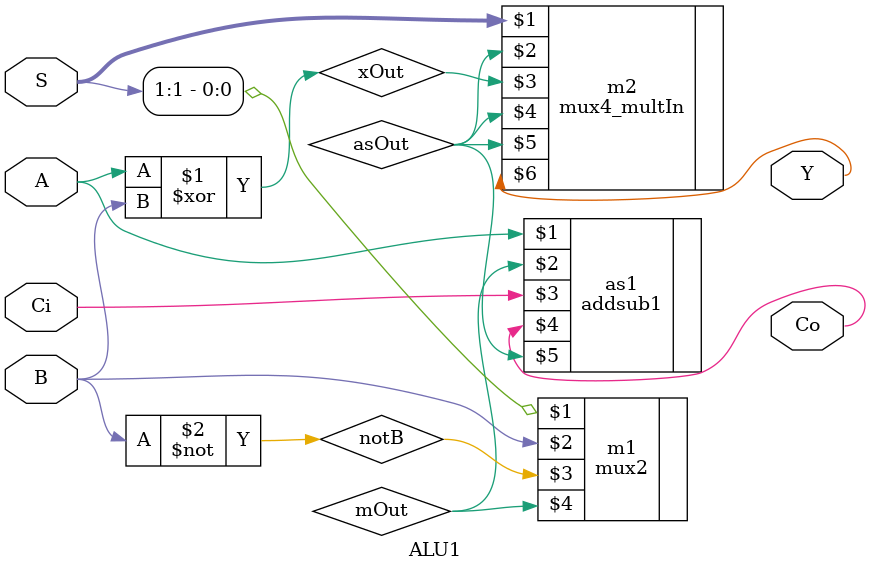
<source format=sv>
module ALU1 (S, A, B, Ci, Co, Y);
	input A, B, Ci;
	input [1:0] S;
	output Co, Y;
	wire notB, mOut, xOut, asOut;
	
	not n1 (notB, B);
	mux2 m1 (S[1], B, notB, mOut);
	xor x1 (xOut, A, B);
	addsub1 as1 (A, mOut, Ci, Co, asOut);
	mux4_multIn m2 (S, asOut, xOut, asOut, asOut, Y);
endmodule 
</source>
